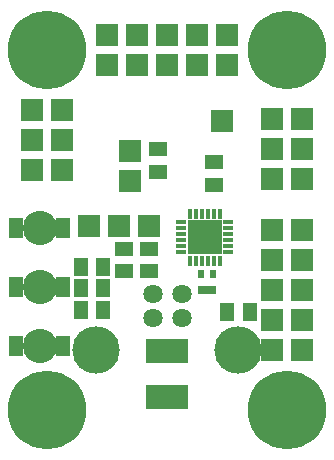
<source format=gbr>
G75*
G70*
%OFA0B0*%
%FSLAX24Y24*%
%IPPOS*%
%LPD*%
%AMOC8*
5,1,8,0,0,1.08239X$1,22.5*
%
%ADD10R,0.0493X0.0671*%
%ADD11C,0.1143*%
%ADD12R,0.0218X0.0297*%
%ADD13R,0.0178X0.0356*%
%ADD14R,0.0356X0.0178*%
%ADD15R,0.1143X0.1143*%
%ADD16C,0.0642*%
%ADD17C,0.1580*%
%ADD18R,0.1419X0.0828*%
%ADD19R,0.0470X0.0590*%
%ADD20R,0.0590X0.0470*%
%ADD21R,0.0730X0.0730*%
%ADD22C,0.2620*%
D10*
X001373Y004544D03*
X002947Y004544D03*
X002947Y006512D03*
X001373Y006512D03*
X001373Y008481D03*
X002947Y008481D03*
D11*
X002160Y008481D03*
X002160Y006512D03*
X002160Y004544D03*
D12*
X007526Y006394D03*
X007723Y006394D03*
X007919Y006394D03*
X007919Y006926D03*
X007526Y006926D03*
D13*
X007562Y007382D03*
X007758Y007382D03*
X007955Y007382D03*
X008152Y007382D03*
X007365Y007382D03*
X007168Y007382D03*
X007168Y008938D03*
X007365Y008938D03*
X007562Y008938D03*
X007758Y008938D03*
X007955Y008938D03*
X008152Y008938D03*
D14*
X008438Y008652D03*
X008438Y008455D03*
X008438Y008258D03*
X008438Y008062D03*
X008438Y007865D03*
X008438Y007668D03*
X006882Y007668D03*
X006882Y007865D03*
X006882Y008062D03*
X006882Y008258D03*
X006882Y008455D03*
X006882Y008652D03*
D15*
X007660Y008160D03*
D16*
X006902Y006260D03*
X006902Y005473D03*
X005918Y005473D03*
X005918Y006260D03*
D17*
X004048Y004410D03*
X008772Y004410D03*
D18*
X006410Y004365D03*
X006410Y002830D03*
D19*
X008411Y005660D03*
X009159Y005660D03*
X004284Y005723D03*
X004284Y006473D03*
X004284Y007160D03*
X003536Y007160D03*
X003536Y006473D03*
X003536Y005723D03*
D20*
X004973Y007036D03*
X004973Y007784D03*
X005785Y007784D03*
X005785Y007036D03*
X007973Y009911D03*
X007973Y010659D03*
X006098Y010348D03*
X006098Y011097D03*
D21*
X005160Y011035D03*
X005160Y010035D03*
X004785Y008535D03*
X003785Y008535D03*
X002910Y010410D03*
X002910Y011410D03*
X002910Y012410D03*
X001910Y012410D03*
X001910Y011410D03*
X001910Y010410D03*
X004410Y013910D03*
X004410Y014910D03*
X005410Y014910D03*
X005410Y013910D03*
X006410Y013910D03*
X006410Y014910D03*
X007410Y014910D03*
X007410Y013910D03*
X008410Y013910D03*
X008410Y014910D03*
X009910Y012098D03*
X009910Y011098D03*
X009910Y010098D03*
X010910Y010098D03*
X010910Y011098D03*
X010910Y012098D03*
X008223Y012035D03*
X009910Y008410D03*
X009910Y007410D03*
X009910Y006410D03*
X009910Y005410D03*
X009910Y004410D03*
X010910Y004410D03*
X010910Y005410D03*
X010910Y006410D03*
X010910Y007410D03*
X010910Y008410D03*
X005785Y008535D03*
D22*
X002410Y002410D03*
X010410Y002410D03*
X010410Y014410D03*
X002410Y014410D03*
M02*

</source>
